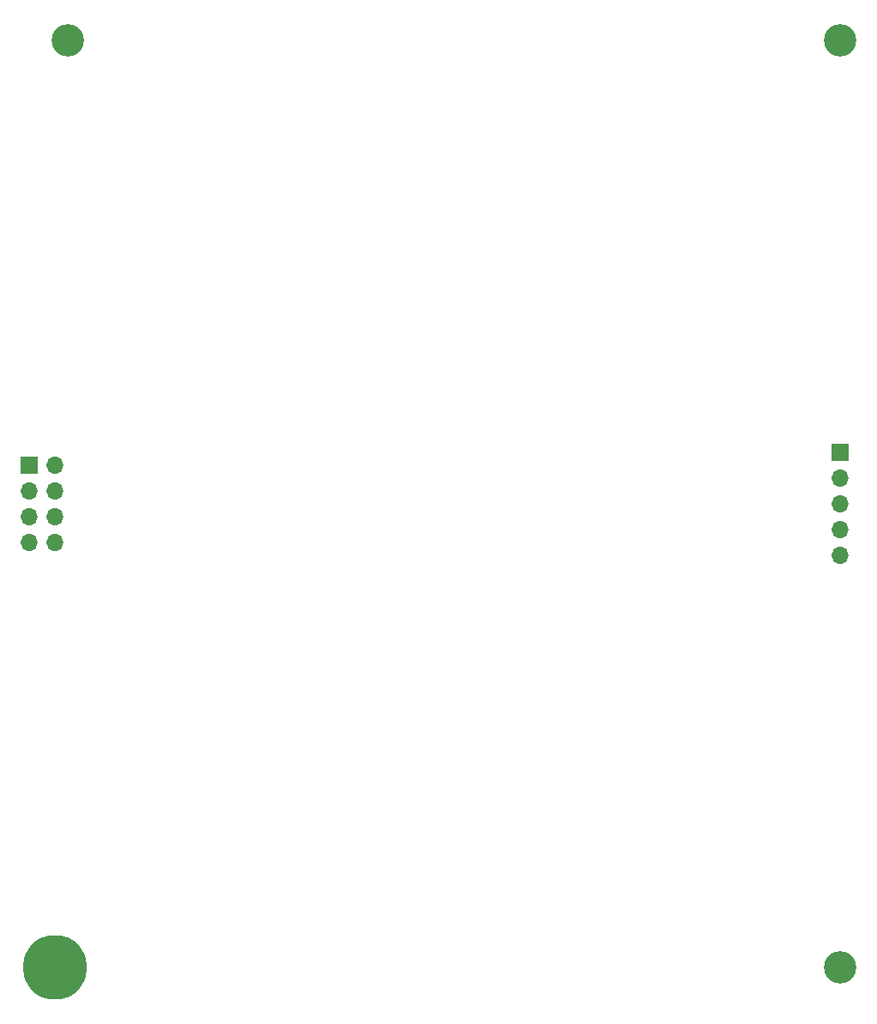
<source format=gbr>
%TF.GenerationSoftware,KiCad,Pcbnew,8.0.4-8.0.4-0~ubuntu22.04.1*%
%TF.CreationDate,2024-08-07T19:55:21+03:00*%
%TF.ProjectId,main,6d61696e-2e6b-4696-9361-645f70636258,rev?*%
%TF.SameCoordinates,Original*%
%TF.FileFunction,Soldermask,Top*%
%TF.FilePolarity,Negative*%
%FSLAX46Y46*%
G04 Gerber Fmt 4.6, Leading zero omitted, Abs format (unit mm)*
G04 Created by KiCad (PCBNEW 8.0.4-8.0.4-0~ubuntu22.04.1) date 2024-08-07 19:55:21*
%MOMM*%
%LPD*%
G01*
G04 APERTURE LIST*
%ADD10R,1.700000X1.700000*%
%ADD11O,1.700000X1.700000*%
%ADD12C,3.200000*%
%ADD13O,6.350000X6.350000*%
G04 APERTURE END LIST*
D10*
%TO.C,J1*%
X40640000Y-96520000D03*
D11*
X43180000Y-96520000D03*
X40640000Y-99060000D03*
X43180000Y-99060000D03*
X40640000Y-101600000D03*
X43180000Y-101600000D03*
X40640000Y-104140000D03*
X43180000Y-104140000D03*
%TD*%
D12*
%TO.C,H3*%
X120650000Y-146050000D03*
%TD*%
%TO.C,H2*%
X120650000Y-54610000D03*
%TD*%
%TO.C,H1*%
X44450000Y-54610000D03*
%TD*%
D10*
%TO.C,J2*%
X120650000Y-95250000D03*
D11*
X120650000Y-97790000D03*
X120650000Y-100330000D03*
X120650000Y-102870000D03*
X120650000Y-105410000D03*
%TD*%
D13*
%TO.C,PE1*%
X43180000Y-146050000D03*
%TD*%
M02*

</source>
